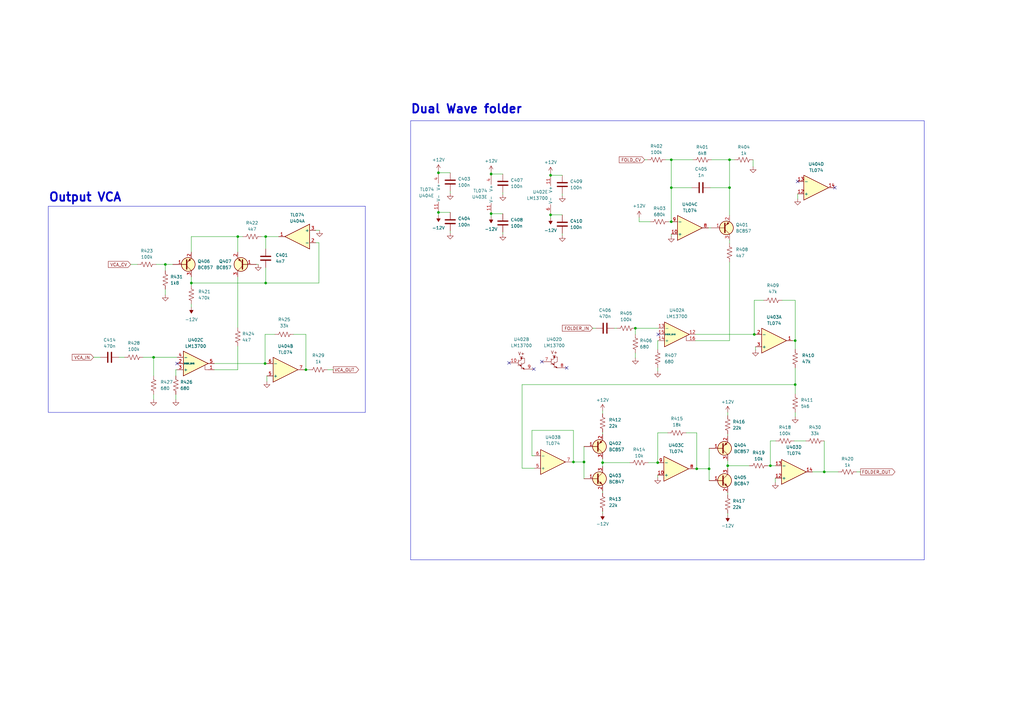
<source format=kicad_sch>
(kicad_sch (version 20231120) (generator "eeschema") (generator_version "8.0")
  (paper "A3")
  (lib_symbols
    (symbol "Amplifier_Operational:LM13700" (pin_names (offset 0.127))
      (property "Reference" "U" (at 3.81 5.08 0))
      (property "Value" "LM13700" (at 5.08 -5.08 0))
      (symbol "LM13700_1_1"
        (polyline (pts (xy 3.81 -0.635) (xy 3.81 -2.54) (xy 5.08 -2.54)))
        (polyline (pts (xy 5.08 0) (xy -5.08 -5.08) (xy -5.08 5.08) (xy 5.08 0)) (stroke (width 0.254)) (fill (type background)))
        (pin output line (at 7.62 0 180) (length 2.54) (name "~") (number "12"))
        (pin input line (at -7.62 2.54 0) (length 2.54) (name "-") (number "13"))
        (pin input line (at -7.62 -2.54 0) (length 2.54) (name "+") (number "14"))
        (pin input line (at -7.62 0 0) (length 2.54) (name "DIODE_BIAS") (number "15"))
        (pin input line (at 7.62 -2.54 180) (length 2.54) (name "~") (number "16"))
      )
      (symbol "LM13700_2_0"
        (polyline (pts (xy -1.905 2.54) (xy -3.175 2.54)))
      )
      (symbol "LM13700_2_1"
        (circle (center -2.54 1.905) (radius 0.254) (stroke (width 0.254)) (fill (type outline)))
        (polyline (pts (xy -3.81 -0.635) (xy -2.54 -1.27)))
        (polyline (pts (xy -3.81 1.27) (xy -3.81 -1.27)))
        (polyline (pts (xy -2.54 -1.905) (xy -1.27 -2.54)))
        (polyline (pts (xy -2.54 0) (xy -2.54 -2.54)))
        (polyline (pts (xy -3.81 0.635) (xy -2.54 1.27) (xy -2.54 1.905) (xy -2.54 2.54)))
        (polyline (pts (xy -2.54 -1.27) (xy -3.175 -0.635) (xy -3.175 -1.27) (xy -2.54 -1.27)) (fill (type outline)))
        (polyline (pts (xy -2.54 -0.635) (xy -1.27 0) (xy -1.27 1.905) (xy -2.54 1.905)))
        (polyline (pts (xy -1.27 -2.54) (xy -1.905 -1.905) (xy -1.905 -2.54) (xy -1.27 -2.54)) (fill (type outline)))
        (text "V+" (at -2.54 3.81 0) (effects (font (size 1.27 1.27))))
        (pin input line (at -7.62 0 0) (length 3.81) (name "~") (number "10"))
        (pin output line (at 2.54 -2.54 180) (length 3.81) (name "~") (number "9"))
      )
      (symbol "LM13700_3_1"
        (polyline (pts (xy 3.81 -0.635) (xy 3.81 -2.54) (xy 5.08 -2.54)))
        (polyline (pts (xy 5.08 0) (xy -5.08 -5.08) (xy -5.08 5.08) (xy 5.08 0)) (stroke (width 0.254)) (fill (type background)))
        (pin input line (at 7.62 -2.54 180) (length 2.54) (name "~") (number "1"))
        (pin input line (at -7.62 0 0) (length 2.54) (name "DIODE_BIAS") (number "2"))
        (pin input line (at -7.62 -2.54 0) (length 2.54) (name "+") (number "3"))
        (pin input line (at -7.62 2.54 0) (length 2.54) (name "-") (number "4"))
        (pin output line (at 7.62 0 180) (length 2.54) (name "~") (number "5"))
      )
      (symbol "LM13700_4_0"
        (polyline (pts (xy -3.175 2.54) (xy -1.905 2.54)))
        (text "V+" (at -2.54 3.81 0) (effects (font (size 1.27 1.27))))
      )
      (symbol "LM13700_4_1"
        (circle (center -2.54 1.905) (radius 0.254) (stroke (width 0.254)) (fill (type outline)))
        (polyline (pts (xy -3.81 -0.635) (xy -2.54 -1.27)))
        (polyline (pts (xy -3.81 1.27) (xy -3.81 -1.27)))
        (polyline (pts (xy -2.54 -1.905) (xy -1.27 -2.54)))
        (polyline (pts (xy -2.54 0) (xy -2.54 -2.54)))
        (polyline (pts (xy -3.81 0.635) (xy -2.54 1.27) (xy -2.54 2.54)))
        (polyline (pts (xy -2.54 -1.27) (xy -3.175 -0.635) (xy -3.175 -1.27) (xy -2.54 -1.27)) (fill (type outline)))
        (polyline (pts (xy -2.54 -0.635) (xy -1.27 0) (xy -1.27 1.905) (xy -2.54 1.905)))
        (polyline (pts (xy -1.27 -2.54) (xy -1.905 -1.905) (xy -1.905 -2.54) (xy -1.27 -2.54)) (fill (type outline)))
        (pin input line (at -7.62 0 0) (length 3.81) (name "~") (number "7"))
        (pin output line (at 2.54 -2.54 180) (length 3.81) (name "~") (number "8"))
      )
      (symbol "LM13700_5_1"
        (pin power_in line (at -2.54 7.62 270) (length 3.81) (name "V+") (number "11"))
        (pin power_in line (at -2.54 -7.62 90) (length 3.81) (name "V-") (number "6"))
      )
    )
    (symbol "Amplifier_Operational:TL074" (pin_names (offset 0.127))
      (property "Reference" "U" (at 0 5.08 0))
      (property "Value" "TL074" (at 0 -5.08 0))
      (symbol "TL074_1_1"
        (polyline (pts (xy -5.08 5.08) (xy 5.08 0) (xy -5.08 -5.08) (xy -5.08 5.08)) (stroke (width 0.254)) (fill (type background)))
        (pin output line (at 7.62 0 180) (length 2.54) (name "~") (number "1"))
        (pin input line (at -7.62 -2.54 0) (length 2.54) (name "-") (number "2"))
        (pin input line (at -7.62 2.54 0) (length 2.54) (name "+") (number "3"))
      )
      (symbol "TL074_2_1"
        (polyline (pts (xy -5.08 5.08) (xy 5.08 0) (xy -5.08 -5.08) (xy -5.08 5.08)) (stroke (width 0.254)) (fill (type background)))
        (pin input line (at -7.62 2.54 0) (length 2.54) (name "+") (number "5"))
        (pin input line (at -7.62 -2.54 0) (length 2.54) (name "-") (number "6"))
        (pin output line (at 7.62 0 180) (length 2.54) (name "~") (number "7"))
      )
      (symbol "TL074_3_1"
        (polyline (pts (xy -5.08 5.08) (xy 5.08 0) (xy -5.08 -5.08) (xy -5.08 5.08)) (stroke (width 0.254)) (fill (type background)))
        (pin input line (at -7.62 2.54 0) (length 2.54) (name "+") (number "10"))
        (pin output line (at 7.62 0 180) (length 2.54) (name "~") (number "8"))
        (pin input line (at -7.62 -2.54 0) (length 2.54) (name "-") (number "9"))
      )
      (symbol "TL074_4_1"
        (polyline (pts (xy -5.08 5.08) (xy 5.08 0) (xy -5.08 -5.08) (xy -5.08 5.08)) (stroke (width 0.254)) (fill (type background)))
        (pin input line (at -7.62 2.54 0) (length 2.54) (name "+") (number "12"))
        (pin input line (at -7.62 -2.54 0) (length 2.54) (name "-") (number "13"))
        (pin output line (at 7.62 0 180) (length 2.54) (name "~") (number "14"))
      )
      (symbol "TL074_5_1"
        (pin power_in line (at -2.54 -7.62 90) (length 3.81) (name "V-") (number "11"))
        (pin power_in line (at -2.54 7.62 270) (length 3.81) (name "V+") (number "4"))
      )
    )
    (symbol "Device:C" (pin_numbers hide) (pin_names (offset 0.254))
      (property "Reference" "C" (at 0.635 2.54 0))
      (property "Value" "C" (at 0.635 -2.54 0))
      (symbol "C_0_1"
        (polyline (pts (xy -2.032 -0.762) (xy 2.032 -0.762)) (stroke (width 0.508)))
        (polyline (pts (xy -2.032 0.762) (xy 2.032 0.762)) (stroke (width 0.508)))
      )
      (symbol "C_1_1"
        (pin passive line (at 0 3.81 270) (length 2.794) (name "~") (number "1"))
        (pin passive line (at 0 -3.81 90) (length 2.794) (name "~") (number "2"))
      )
    )
    (symbol "Device:R_US" (pin_numbers hide) (pin_names (offset 0))
      (property "Reference" "R" (at 2.54 0 90))
      (property "Value" "R_US" (at -2.54 0 90))
      (symbol "R_US_0_1"
        (polyline (pts (xy 0 -2.286) (xy 0 -2.54)))
        (polyline (pts (xy 0 2.286) (xy 0 2.54)))
        (polyline (pts (xy 0 -0.762) (xy 1.016 -1.143) (xy 0 -1.524) (xy -1.016 -1.905) (xy 0 -2.286)))
        (polyline (pts (xy 0 0.762) (xy 1.016 0.381) (xy 0 0) (xy -1.016 -0.381) (xy 0 -0.762)))
        (polyline (pts (xy 0 2.286) (xy 1.016 1.905) (xy 0 1.524) (xy -1.016 1.143) (xy 0 0.762)))
      )
      (symbol "R_US_1_1"
        (pin passive line (at 0 3.81 270) (length 1.27) (name "~") (number "1"))
        (pin passive line (at 0 -3.81 90) (length 1.27) (name "~") (number "2"))
      )
    )
    (symbol "PCM_Transistor_BJT_AKL:BC847" (pin_names hide)
      (property "Reference" "Q" (at 5.08 1.27 0))
      (property "Value" "BC847" (at 5.08 -1.27 0))
      (symbol "BC847_0_1"
        (polyline (pts (xy 0.635 0.635) (xy 2.54 2.54)))
        (polyline (pts (xy 0.635 -0.635) (xy 2.54 -2.54) (xy 2.54 -2.54)))
        (polyline (pts (xy 0.635 1.905) (xy 0.635 -1.905) (xy 0.635 -1.905)) (stroke (width 0.508)))
        (polyline (pts (xy 1.27 -1.778) (xy 1.778 -1.27) (xy 2.286 -2.286) (xy 1.27 -1.778) (xy 1.27 -1.778)) (fill (type outline)))
        (circle (center 1.27 0) (radius 2.8194) (stroke (width 0.254)) (fill (type background)))
      )
      (symbol "BC847_1_1"
        (pin input line (at -5.08 0 0) (length 5.715) (name "B") (number "1"))
        (pin passive line (at 2.54 -5.08 90) (length 2.54) (name "E") (number "2"))
        (pin passive line (at 2.54 5.08 270) (length 2.54) (name "C") (number "3"))
      )
    )
    (symbol "PCM_Transistor_BJT_AKL:BC857" (pin_names hide)
      (property "Reference" "Q" (at 5.08 1.27 0))
      (property "Value" "BC857" (at 5.08 -1.27 0))
      (symbol "BC857_0_1"
        (polyline (pts (xy 0.635 -0.635) (xy 2.54 -2.54)))
        (polyline (pts (xy 0.635 -1.905) (xy 0.635 1.905) (xy 0.635 1.905)) (stroke (width 0.508)))
        (polyline (pts (xy 0.635 0.635) (xy 2.54 2.54) (xy 2.54 2.54)))
        (polyline (pts (xy 2.286 1.778) (xy 1.778 2.286) (xy 1.27 1.27) (xy 2.286 1.778) (xy 2.286 1.778)) (fill (type outline)))
        (circle (center 1.27 0) (radius 2.8194) (stroke (width 0.254)) (fill (type background)))
      )
      (symbol "BC857_1_1"
        (pin input line (at -5.08 0 0) (length 5.715) (name "B") (number "1"))
        (pin passive line (at 2.54 5.08 270) (length 2.54) (name "E") (number "2"))
        (pin passive line (at 2.54 -5.08 90) (length 2.54) (name "C") (number "3"))
      )
    )
    (symbol "power:+12V" (power) (pin_names (offset 0))
      (property "Value" "+12V" (at 0 3.556 0))
      (symbol "+12V_0_1"
        (polyline (pts (xy -0.762 1.27) (xy 0 2.54)))
        (polyline (pts (xy 0 0) (xy 0 2.54)))
        (polyline (pts (xy 0 2.54) (xy 0.762 1.27)))
      )
      (symbol "+12V_1_1"
        (pin power_in line (at 0 0 90) (length 0) hide (name "+12V") (number "1"))
      )
    )
    (symbol "power:-12V" (power) (pin_names (offset 0))
      (property "Value" "-12V" (at 0 3.81 0))
      (symbol "-12V_0_0"
        (pin power_in line (at 0 0 90) (length 0) hide (name "-12V") (number "1"))
      )
      (symbol "-12V_0_1"
        (polyline (pts (xy 0 0) (xy 0 1.27) (xy 0.762 1.27) (xy 0 2.54) (xy -0.762 1.27) (xy 0 1.27)) (fill (type outline)))
      )
    )
    (symbol "power:GND" (power) (pin_names (offset 0))
      (symbol "GND_0_1"
        (polyline (pts (xy 0 0) (xy 0 -1.27) (xy 1.27 -1.27) (xy 0 -2.54) (xy -1.27 -1.27) (xy 0 -1.27)))
      )
      (symbol "GND_1_1"
        (pin power_in line (at 0 0 270) (length 0) hide (name "GND") (number "1"))
      )
    )
  )
  (junction (at 275.336 65.532))
  (junction (at 299.212 76.962))
  (junction (at 309.372 137.16))
  (junction (at 315.976 191.008))
  (junction (at 78.486 116.078))
  (junction (at 275.336 76.962))
  (junction (at 298.45 191.008))
  (junction (at 285.75 192.278))
  (junction (at 97.536 97.028))
  (junction (at 108.966 116.078))
  (junction (at 247.142 189.738))
  (junction (at 108.712 149.098))
  (junction (at 239.522 189.484))
  (junction (at 338.074 193.548))
  (junction (at 326.136 157.734))
  (junction (at 290.83 192.278))
  (junction (at 275.336 90.932))
  (junction (at 299.212 65.532))
  (junction (at 179.832 70.866))
  (junction (at 201.422 71.374))
  (junction (at 179.832 87.122))
  (junction (at 108.966 97.028))
  (junction (at 225.806 71.882))
  (junction (at 201.422 87.63))
  (junction (at 326.136 139.7))
  (junction (at 235.204 189.484))
  (junction (at 125.476 151.638))
  (junction (at 62.992 146.558))
  (junction (at 260.604 134.62))
  (junction (at 269.748 189.738))
  (junction (at 225.806 88.138))
  (junction (at 67.818 108.458))
  (no_connect (at 72.644 149.098))
  (no_connect (at 232.41 150.876))
  (no_connect (at 218.948 151.384))
  (no_connect (at 208.788 148.844))
  (no_connect (at 327.152 74.422))
  (no_connect (at 270.002 137.16))
  (no_connect (at 222.25 148.336))
  (no_connect (at 342.392 76.962))
  (wire (pts (xy 48.768 146.558) (xy 51.054 146.558)))
  (wire (pts (xy 326.136 123.19) (xy 326.136 139.7)))
  (wire (pts (xy 291.338 76.962) (xy 299.212 76.962)))
  (wire (pts (xy 179.832 87.122) (xy 179.832 88.392)))
  (wire (pts (xy 285.242 137.16) (xy 309.372 137.16)))
  (wire (pts (xy 201.422 71.374) (xy 201.422 71.882)))
  (wire (pts (xy 320.802 123.19) (xy 326.136 123.19)))
  (wire (pts (xy 130.81 116.078) (xy 108.966 116.078)))
  (wire (pts (xy 309.372 137.16) (xy 309.88 137.16)))
  (wire (pts (xy 97.536 113.538) (xy 97.536 134.366)))
  (wire (pts (xy 87.884 149.098) (xy 108.712 149.098)))
  (wire (pts (xy 285.242 139.7) (xy 299.212 139.7)))
  (wire (pts (xy 235.204 189.484) (xy 234.442 189.484)))
  (wire (pts (xy 130.81 99.568) (xy 130.81 116.078)))
  (wire (pts (xy 247.142 177.292) (xy 247.142 178.054)))
  (wire (pts (xy 298.45 210.566) (xy 298.45 211.328)))
  (wire (pts (xy 269.748 177.546) (xy 269.748 189.738)))
  (wire (pts (xy 67.818 118.618) (xy 67.818 120.904)))
  (wire (pts (xy 134.366 151.638) (xy 136.652 151.638)))
  (wire (pts (xy 70.866 108.458) (xy 67.818 108.458)))
  (wire (pts (xy 260.604 134.62) (xy 260.604 137.16)))
  (wire (pts (xy 326.136 143.256) (xy 326.136 139.7)))
  (wire (pts (xy 326.136 169.164) (xy 326.136 170.942)))
  (wire (pts (xy 62.992 146.558) (xy 58.674 146.558)))
  (wire (pts (xy 219.202 192.024) (xy 214.122 192.024)))
  (wire (pts (xy 201.422 87.63) (xy 206.248 87.63)))
  (wire (pts (xy 247.142 201.422) (xy 247.142 202.184)))
  (wire (pts (xy 275.336 96.012) (xy 275.336 96.774)))
  (wire (pts (xy 78.486 103.378) (xy 78.486 97.028)))
  (wire (pts (xy 338.074 193.548) (xy 343.789 193.548)))
  (wire (pts (xy 299.212 88.392) (xy 299.212 76.962)))
  (wire (pts (xy 72.136 154.178) (xy 72.136 151.638)))
  (wire (pts (xy 201.422 87.63) (xy 201.422 88.9)))
  (wire (pts (xy 351.409 193.548) (xy 352.933 193.548)))
  (wire (pts (xy 108.712 149.098) (xy 109.474 149.098)))
  (wire (pts (xy 179.832 70.866) (xy 184.658 70.866)))
  (wire (pts (xy 53.594 108.458) (xy 56.388 108.458)))
  (wire (pts (xy 315.976 191.008) (xy 318.008 191.008)))
  (wire (pts (xy 179.832 86.614) (xy 179.832 87.122)))
  (wire (pts (xy 97.536 103.378) (xy 97.536 97.028)))
  (wire (pts (xy 309.88 142.24) (xy 309.88 143.51)))
  (wire (pts (xy 218.186 186.944) (xy 218.186 176.53)))
  (wire (pts (xy 243.078 134.62) (xy 244.348 134.62)))
  (wire (pts (xy 184.658 94.742) (xy 184.658 95.504)))
  (wire (pts (xy 338.074 180.848) (xy 338.074 193.548)))
  (wire (pts (xy 97.536 97.028) (xy 99.568 97.028)))
  (wire (pts (xy 275.336 65.532) (xy 275.336 76.962)))
  (wire (pts (xy 112.776 137.16) (xy 108.712 137.16)))
  (wire (pts (xy 109.474 154.178) (xy 109.474 156.464)))
  (wire (pts (xy 62.992 146.558) (xy 72.644 146.558)))
  (wire (pts (xy 184.658 78.486) (xy 184.658 79.248)))
  (wire (pts (xy 299.212 65.532) (xy 299.212 76.962)))
  (wire (pts (xy 108.966 97.028) (xy 107.188 97.028)))
  (wire (pts (xy 67.818 108.458) (xy 64.008 108.458)))
  (wire (pts (xy 120.396 137.16) (xy 125.476 137.16)))
  (wire (pts (xy 262.128 89.154) (xy 262.128 90.932)))
  (wire (pts (xy 285.75 177.546) (xy 285.75 192.278)))
  (wire (pts (xy 206.248 78.994) (xy 206.248 79.756)))
  (wire (pts (xy 38.354 146.558) (xy 41.148 146.558)))
  (wire (pts (xy 251.968 134.62) (xy 252.984 134.62)))
  (wire (pts (xy 125.476 137.16) (xy 125.476 151.638)))
  (wire (pts (xy 298.45 178.054) (xy 298.45 178.816)))
  (wire (pts (xy 105.156 108.458) (xy 105.918 108.458)))
  (wire (pts (xy 214.122 157.734) (xy 326.136 157.734)))
  (wire (pts (xy 129.54 94.488) (xy 131.064 94.488)))
  (wire (pts (xy 247.142 188.214) (xy 247.142 189.738)))
  (wire (pts (xy 318.135 180.848) (xy 315.976 180.848)))
  (wire (pts (xy 318.008 196.088) (xy 318.008 197.866)))
  (wire (pts (xy 269.748 143.256) (xy 269.748 139.7)))
  (wire (pts (xy 218.186 176.53) (xy 235.204 176.53)))
  (wire (pts (xy 314.96 191.008) (xy 315.976 191.008)))
  (wire (pts (xy 125.476 151.638) (xy 124.714 151.638)))
  (wire (pts (xy 274.32 90.932) (xy 275.336 90.932)))
  (wire (pts (xy 247.142 189.738) (xy 247.142 191.262)))
  (wire (pts (xy 62.992 161.798) (xy 62.992 163.83)))
  (wire (pts (xy 239.522 189.484) (xy 239.522 196.342)))
  (wire (pts (xy 235.204 189.484) (xy 239.522 189.484)))
  (wire (pts (xy 239.522 183.134) (xy 239.522 189.484)))
  (wire (pts (xy 235.204 176.53) (xy 235.204 189.484)))
  (wire (pts (xy 225.806 88.138) (xy 230.632 88.138)))
  (wire (pts (xy 299.212 65.532) (xy 301.244 65.532)))
  (wire (pts (xy 265.938 189.738) (xy 269.748 189.738)))
  (wire (pts (xy 299.212 98.552) (xy 299.212 99.822)))
  (wire (pts (xy 108.966 97.028) (xy 108.966 102.108)))
  (wire (pts (xy 285.75 192.278) (xy 290.83 192.278)))
  (wire (pts (xy 326.136 161.544) (xy 326.136 157.734)))
  (wire (pts (xy 260.604 144.78) (xy 260.604 146.812)))
  (wire (pts (xy 225.806 71.12) (xy 225.806 71.882)))
  (wire (pts (xy 290.576 93.472) (xy 291.592 93.472)))
  (wire (pts (xy 78.486 117.094) (xy 78.486 116.078)))
  (wire (pts (xy 281.432 177.546) (xy 285.75 177.546)))
  (wire (pts (xy 327.152 79.502) (xy 327.152 81.534)))
  (wire (pts (xy 225.806 71.882) (xy 225.806 72.39)))
  (wire (pts (xy 269.748 139.7) (xy 270.002 139.7)))
  (wire (pts (xy 298.45 191.008) (xy 298.45 192.024)))
  (wire (pts (xy 67.818 108.458) (xy 67.818 110.998)))
  (wire (pts (xy 313.182 123.19) (xy 309.372 123.19)))
  (wire (pts (xy 308.864 65.532) (xy 308.864 68.326)))
  (wire (pts (xy 108.966 109.728) (xy 108.966 116.078)))
  (wire (pts (xy 264.414 65.532) (xy 265.43 65.532)))
  (wire (pts (xy 269.748 150.876) (xy 269.748 152.146)))
  (wire (pts (xy 225.806 88.138) (xy 225.806 89.408)))
  (wire (pts (xy 275.336 76.962) (xy 275.336 90.932)))
  (wire (pts (xy 114.3 97.028) (xy 108.966 97.028)))
  (wire (pts (xy 125.476 151.638) (xy 126.746 151.638)))
  (wire (pts (xy 285.75 192.278) (xy 284.988 192.278)))
  (wire (pts (xy 290.83 183.896) (xy 290.83 192.278)))
  (wire (pts (xy 225.806 71.882) (xy 230.632 71.882)))
  (wire (pts (xy 78.486 124.714) (xy 78.486 125.984)))
  (wire (pts (xy 72.136 151.638) (xy 72.644 151.638)))
  (wire (pts (xy 206.248 95.25) (xy 206.248 96.012)))
  (wire (pts (xy 219.202 186.944) (xy 218.186 186.944)))
  (wire (pts (xy 299.212 139.7) (xy 299.212 107.442)))
  (wire (pts (xy 291.846 65.532) (xy 299.212 65.532)))
  (wire (pts (xy 108.712 137.16) (xy 108.712 149.098)))
  (wire (pts (xy 97.536 151.638) (xy 97.536 141.986)))
  (wire (pts (xy 129.54 99.568) (xy 130.81 99.568)))
  (wire (pts (xy 290.83 192.278) (xy 290.83 197.104)))
  (wire (pts (xy 87.884 151.638) (xy 97.536 151.638)))
  (wire (pts (xy 298.45 169.164) (xy 298.45 170.434)))
  (wire (pts (xy 315.976 180.848) (xy 315.976 191.008)))
  (wire (pts (xy 326.136 157.734) (xy 326.136 150.876)))
  (wire (pts (xy 298.45 188.976) (xy 298.45 191.008)))
  (wire (pts (xy 225.806 87.63) (xy 225.806 88.138)))
  (wire (pts (xy 78.486 97.028) (xy 97.536 97.028)))
  (wire (pts (xy 247.142 189.738) (xy 258.318 189.738)))
  (wire (pts (xy 298.45 202.184) (xy 298.45 202.946)))
  (wire (pts (xy 326.136 139.7) (xy 325.12 139.7)))
  (wire (pts (xy 201.422 71.374) (xy 206.248 71.374)))
  (wire (pts (xy 72.136 161.798) (xy 72.136 163.83)))
  (wire (pts (xy 269.748 194.818) (xy 269.748 195.834)))
  (wire (pts (xy 247.142 209.804) (xy 247.142 210.566)))
  (wire (pts (xy 78.486 116.078) (xy 78.486 113.538)))
  (wire (pts (xy 333.248 193.548) (xy 338.074 193.548)))
  (wire (pts (xy 275.336 65.532) (xy 284.226 65.532)))
  (wire (pts (xy 179.832 70.866) (xy 179.832 71.374)))
  (wire (pts (xy 298.45 191.008) (xy 307.34 191.008)))
  (wire (pts (xy 230.632 95.758) (xy 230.632 96.52)))
  (wire (pts (xy 201.422 70.612) (xy 201.422 71.374)))
  (wire (pts (xy 62.992 146.558) (xy 62.992 154.178)))
  (wire (pts (xy 108.966 116.078) (xy 78.486 116.078)))
  (wire (pts (xy 262.128 90.932) (xy 266.7 90.932)))
  (wire (pts (xy 214.122 192.024) (xy 214.122 157.734)))
  (wire (pts (xy 260.604 134.62) (xy 270.002 134.62)))
  (wire (pts (xy 230.632 79.502) (xy 230.632 80.264)))
  (wire (pts (xy 309.372 123.19) (xy 309.372 137.16)))
  (wire (pts (xy 179.832 70.104) (xy 179.832 70.866)))
  (wire (pts (xy 201.422 87.122) (xy 201.422 87.63)))
  (wire (pts (xy 273.812 177.546) (xy 269.748 177.546)))
  (wire (pts (xy 275.336 76.962) (xy 283.718 76.962)))
  (wire (pts (xy 247.142 168.402) (xy 247.142 169.672)))
  (wire (pts (xy 179.832 87.122) (xy 184.658 87.122)))
  (wire (pts (xy 325.755 180.848) (xy 330.454 180.848)))
  (wire (pts (xy 273.05 65.532) (xy 275.336 65.532)))
  (rectangle (start 168.402 49.53) (end 379.095 229.616))
  (rectangle (start 19.812 84.582) (end 149.86 169.164))
  (text "Dual Wave folder" (at 168.275 46.863 0) (effects (font (size 3.5 3.5) (thickness 0.7) (bold yes)) (justify left bottom)))
  (text "Output VCA" (at 19.812 83.058 0) (effects (font (size 3.5 3.5) (thickness 0.7) (bold yes)) (justify left bottom)))
  (global_label "FOLDER_IN" (shape input) (at 243.078 134.62 180) (property "Intersheetrefs" "${INTERSHEET_REFS}" (effects (hide yes))))
  (global_label "FOLDER_OUT" (shape output) (at 352.933 193.548 0) (property "Intersheetrefs" "${INTERSHEET_REFS}" (effects (hide yes))))
  (global_label "VCA_IN" (shape input) (at 38.354 146.558 180) (property "Intersheetrefs" "${INTERSHEET_REFS}" (effects (hide yes))))
  (global_label "VCA_CV" (shape input) (at 53.594 108.458 180) (property "Intersheetrefs" "${INTERSHEET_REFS}" (effects (hide yes))))
  (global_label "FOLD_CV" (shape input) (at 264.414 65.532 180) (property "Intersheetrefs" "${INTERSHEET_REFS}" (effects (hide yes))))
  (global_label "VCA_OUT" (shape output) (at 136.652 151.638 0) (property "Intersheetrefs" "${INTERSHEET_REFS}" (effects (hide yes))))
  (symbol (lib_id "Device:R_US") (at 62.992 157.988 180) (unit 1)
    (property "Reference" "R427" (at 65.786 156.718 0) (effects (justify right)))
    (property "Value" "680" (at 65.786 159.258 0) (effects (justify right)))
    (property "Footprint" "Resistor_SMD:R_0805_2012Metric" (effects (hide yes)))
  )
  (symbol (lib_id "Device:R_US") (at 103.378 97.028 270) (unit 1)
    (property "Reference" "R422" (at 103.378 91.44 90))
    (property "Value" "4k7" (at 103.378 93.98 90))
    (property "Footprint" "Resistor_SMD:R_0805_2012Metric" (effects (hide yes)))
  )
  (symbol (lib_id "power:GND") (at 105.918 108.458 0) (unit 1)
    (property "Reference" "#PWR0401" (effects (hide yes)))
    (property "Value" "GND" (effects (hide yes)))
  )
  (symbol (lib_id "Device:R_US") (at 67.818 114.808 180) (unit 1)
    (property "Reference" "R431" (at 69.85 113.5379 0) (effects (justify right)))
    (property "Value" "1k8" (at 69.85 116.0779 0) (effects (justify right)))
    (property "Footprint" "Resistor_SMD:R_0805_2012Metric" (effects (hide yes)))
  )
  (symbol (lib_id "Device:R_US") (at 298.45 174.244 180) (unit 1)
    (property "Reference" "R416" (at 300.482 172.974 0) (effects (justify right)))
    (property "Value" "22k" (at 300.482 175.514 0) (effects (justify right)))
    (property "Footprint" "Resistor_SMD:R_0805_2012Metric" (effects (hide yes)))
  )
  (symbol (lib_id "Device:R_US") (at 305.054 65.532 90) (unit 1)
    (property "Reference" "R404" (at 305.054 60.325 90))
    (property "Value" "1k" (at 305.054 62.865 90))
    (property "Footprint" "Resistor_SMD:R_0805_2012Metric" (effects (hide yes)))
  )
  (symbol (lib_id "power:GND") (at 184.658 79.248 0) (unit 1)
    (property "Reference" "#PWR0409" (effects (hide yes)))
    (property "Value" "GND" (effects (hide yes)))
  )
  (symbol (lib_id "Amplifier_Operational:TL074") (at 226.822 189.484 0) (mirror x) (unit 2)
    (property "Reference" "U403" (at 226.822 179.324 0))
    (property "Value" "TL074" (at 226.822 181.864 0))
    (property "Footprint" "Package_SO:SOIC-14_3.9x8.7mm_P1.27mm" (effects (hide yes)))
    (property "Datasheet" "http://www.ti.com/lit/ds/symlink/tl071.pdf" (effects (hide yes)))
  )
  (symbol (lib_id "Amplifier_Operational:LM13700") (at 216.408 148.844 0) (unit 2)
    (property "Reference" "U402" (at 213.868 139.192 0))
    (property "Value" "LM13700" (at 213.868 141.732 0))
    (property "Footprint" "Package_SO:SOIC-16_3.9x9.9mm_P1.27mm" (effects (hide yes)))
    (property "Datasheet" "http://www.ti.com/lit/ds/symlink/lm13700.pdf" (effects (hide yes)))
  )
  (symbol (lib_id "Device:R_US") (at 256.794 134.62 90) (unit 1)
    (property "Reference" "R405" (at 256.794 128.524 90))
    (property "Value" "100k" (at 256.794 131.064 90))
    (property "Footprint" "Resistor_SMD:R_0805_2012Metric" (effects (hide yes)))
  )
  (symbol (lib_id "PCM_Transistor_BJT_AKL:BC857") (at 244.602 183.134 0) (unit 1)
    (property "Reference" "Q402" (at 249.682 181.864 0) (effects (justify left)))
    (property "Value" "BC857" (at 249.682 184.404 0) (effects (justify left)))
    (property "Footprint" "PCM_4ms_Package_SOT:SOT-23" (effects (hide yes)))
    (property "Datasheet" "https://www.tme.eu/Document/c382caaa0cc481743f0c0197b727e2d1/BC856A.pdf" (effects (hide yes)))
  )
  (symbol (lib_id "power:-12V") (at 225.806 89.408 180) (unit 1)
    (property "Reference" "#PWR0429" (effects (hide yes)))
    (property "Value" "-12V" (at 225.806 94.488 0))
  )
  (symbol (lib_id "Amplifier_Operational:LM13700") (at 223.266 80.01 0) (mirror y) (unit 5)
    (property "Reference" "U402" (at 224.79 78.74 0) (effects (justify left)))
    (property "Value" "LM13700" (at 224.79 81.28 0) (effects (justify left)))
    (property "Footprint" "Package_SO:SOIC-16_3.9x9.9mm_P1.27mm" (effects (hide yes)))
    (property "Datasheet" "http://www.ti.com/lit/ds/symlink/lm13700.pdf" (effects (hide yes)))
  )
  (symbol (lib_id "Device:R_US") (at 316.992 123.19 270) (unit 1)
    (property "Reference" "R409" (at 316.992 117.094 90))
    (property "Value" "47k" (at 316.992 119.634 90))
    (property "Footprint" "Resistor_SMD:R_0805_2012Metric" (effects (hide yes)))
  )
  (symbol (lib_id "Device:R_US") (at 269.24 65.532 90) (unit 1)
    (property "Reference" "R402" (at 269.24 59.944 90))
    (property "Value" "100k" (at 269.24 62.484 90))
    (property "Footprint" "Resistor_SMD:R_0805_2012Metric" (effects (hide yes)))
  )
  (symbol (lib_id "Device:C") (at 184.658 90.932 0) (unit 1)
    (property "Reference" "C404" (at 187.833 89.662 0) (effects (justify left)))
    (property "Value" "100n" (at 187.833 92.202 0) (effects (justify left)))
    (property "Footprint" "Capacitor_SMD:C_0805_2012Metric" (effects (hide yes)))
  )
  (symbol (lib_id "Device:C") (at 206.248 75.184 0) (unit 1)
    (property "Reference" "C407" (at 209.423 73.914 0) (effects (justify left)))
    (property "Value" "100n" (at 209.423 76.454 0) (effects (justify left)))
    (property "Footprint" "Capacitor_SMD:C_0805_2012Metric" (effects (hide yes)))
  )
  (symbol (lib_id "Device:R_US") (at 247.142 205.994 180) (unit 1)
    (property "Reference" "R413" (at 249.682 204.724 0) (effects (justify right)))
    (property "Value" "22k" (at 249.682 207.264 0) (effects (justify right)))
    (property "Footprint" "Resistor_SMD:R_0805_2012Metric" (effects (hide yes)))
  )
  (symbol (lib_id "power:GND") (at 184.658 95.504 0) (unit 1)
    (property "Reference" "#PWR0410" (effects (hide yes)))
    (property "Value" "GND" (effects (hide yes)))
  )
  (symbol (lib_id "Amplifier_Operational:TL074") (at 121.92 97.028 0) (mirror y) (unit 1)
    (property "Reference" "U404" (at 121.92 90.678 0))
    (property "Value" "TL074" (at 121.92 88.138 0))
    (property "Footprint" "Package_SO:SOIC-14_3.9x8.7mm_P1.27mm" (effects (hide yes)))
    (property "Datasheet" "http://www.ti.com/lit/ds/symlink/tl071.pdf" (effects (hide yes)))
  )
  (symbol (lib_id "Device:R_US") (at 116.586 137.16 90) (unit 1)
    (property "Reference" "R425" (at 116.586 131.064 90))
    (property "Value" "33k" (at 116.586 133.604 90))
    (property "Footprint" "Resistor_SMD:R_0805_2012Metric" (effects (hide yes)))
  )
  (symbol (lib_id "power:GND") (at 230.632 80.264 0) (unit 1)
    (property "Reference" "#PWR0430" (effects (hide yes)))
    (property "Value" "GND" (effects (hide yes)))
  )
  (symbol (lib_id "PCM_Transistor_BJT_AKL:BC857") (at 100.076 108.458 0) (mirror y) (unit 1)
    (property "Reference" "Q407" (at 94.996 107.188 0) (effects (justify left)))
    (property "Value" "BC857" (at 94.996 109.728 0) (effects (justify left)))
    (property "Footprint" "PCM_4ms_Package_SOT:SOT-23" (effects (hide yes)))
    (property "Datasheet" "https://www.tme.eu/Document/c382caaa0cc481743f0c0197b727e2d1/BC856A.pdf" (effects (hide yes)))
  )
  (symbol (lib_id "Device:R_US") (at 60.198 108.458 270) (unit 1)
    (property "Reference" "R423" (at 60.198 102.87 90))
    (property "Value" "100k" (at 60.198 105.41 90))
    (property "Footprint" "Resistor_SMD:R_0805_2012Metric" (effects (hide yes)))
  )
  (symbol (lib_id "PCM_Transistor_BJT_AKL:BC857") (at 75.946 108.458 0) (unit 1)
    (property "Reference" "Q406" (at 81.026 107.188 0) (effects (justify left)))
    (property "Value" "BC857" (at 81.026 109.728 0) (effects (justify left)))
    (property "Footprint" "PCM_4ms_Package_SOT:SOT-23" (effects (hide yes)))
    (property "Datasheet" "https://www.tme.eu/Document/c382caaa0cc481743f0c0197b727e2d1/BC856A.pdf" (effects (hide yes)))
  )
  (symbol (lib_id "PCM_Transistor_BJT_AKL:BC847") (at 295.91 197.104 0) (unit 1)
    (property "Reference" "Q405" (at 300.99 195.834 0) (effects (justify left)))
    (property "Value" "BC847" (at 300.99 198.374 0) (effects (justify left)))
    (property "Footprint" "PCM_4ms_Package_SOT:SOT-23" (effects (hide yes)))
    (property "Datasheet" "https://assets.nexperia.com/documents/data-sheet/BC847_SER.pdf" (effects (hide yes)))
  )
  (symbol (lib_id "power:GND") (at 327.152 81.534 0) (unit 1)
    (property "Reference" "#PWR0432" (effects (hide yes)))
    (property "Value" "GND" (effects (hide yes)))
  )
  (symbol (lib_id "Device:R_US") (at 326.136 147.066 0) (unit 1)
    (property "Reference" "R410" (at 328.93 145.796 0) (effects (justify left)))
    (property "Value" "47k" (at 328.93 148.336 0) (effects (justify left)))
    (property "Footprint" "Resistor_SMD:R_0805_2012Metric" (effects (hide yes)))
  )
  (symbol (lib_id "Amplifier_Operational:TL074") (at 203.962 79.502 0) (unit 5)
    (property "Reference" "U403" (at 199.898 80.772 0) (effects (justify right)))
    (property "Value" "TL074" (at 199.898 78.232 0) (effects (justify right)))
    (property "Footprint" "Package_SO:SOIC-14_3.9x8.7mm_P1.27mm" (effects (hide yes)))
    (property "Datasheet" "http://www.ti.com/lit/ds/symlink/tl071.pdf" (effects (hide yes)))
  )
  (symbol (lib_id "Device:R_US") (at 72.136 157.988 180) (unit 1)
    (property "Reference" "R426" (at 73.914 156.718 0) (effects (justify right)))
    (property "Value" "680" (at 73.914 159.258 0) (effects (justify right)))
    (property "Footprint" "Resistor_SMD:R_0805_2012Metric" (effects (hide yes)))
  )
  (symbol (lib_id "Amplifier_Operational:TL074") (at 117.094 151.638 0) (mirror x) (unit 2)
    (property "Reference" "U404" (at 117.094 141.986 0))
    (property "Value" "TL074" (at 117.094 144.526 0))
    (property "Footprint" "Package_SO:SOIC-14_3.9x8.7mm_P1.27mm" (effects (hide yes)))
    (property "Datasheet" "http://www.ti.com/lit/ds/symlink/tl071.pdf" (effects (hide yes)))
  )
  (symbol (lib_id "Amplifier_Operational:TL074") (at 277.368 192.278 0) (mirror x) (unit 3)
    (property "Reference" "U403" (at 277.368 182.626 0))
    (property "Value" "TL074" (at 277.368 185.166 0))
    (property "Footprint" "Package_SO:SOIC-14_3.9x8.7mm_P1.27mm" (effects (hide yes)))
    (property "Datasheet" "http://www.ti.com/lit/ds/symlink/tl071.pdf" (effects (hide yes)))
  )
  (symbol (lib_id "Device:R_US") (at 334.264 180.848 270) (unit 1)
    (property "Reference" "R430" (at 334.264 175.26 90))
    (property "Value" "33k" (at 334.264 177.8 90))
    (property "Footprint" "Resistor_SMD:R_0805_2012Metric" (effects (hide yes)))
  )
  (symbol (lib_id "Device:R_US") (at 262.128 189.738 270) (unit 1)
    (property "Reference" "R414" (at 262.128 184.404 90))
    (property "Value" "10k" (at 262.128 186.944 90))
    (property "Footprint" "Resistor_SMD:R_0805_2012Metric" (effects (hide yes)))
  )
  (symbol (lib_id "Device:R_US") (at 269.748 147.066 180) (unit 1)
    (property "Reference" "R407" (at 272.542 145.796 0) (effects (justify right)))
    (property "Value" "680" (at 272.542 148.336 0) (effects (justify right)))
    (property "Footprint" "Resistor_SMD:R_0805_2012Metric" (effects (hide yes)))
  )
  (symbol (lib_id "Device:C") (at 108.966 105.918 0) (unit 1)
    (property "Reference" "C401" (at 113.03 104.6479 0) (effects (justify left)))
    (property "Value" "4n7" (at 113.03 107.1879 0) (effects (justify left)))
    (property "Footprint" "Capacitor_SMD:C_0805_2012Metric" (effects (hide yes)))
  )
  (symbol (lib_id "power:-12V") (at 179.832 88.392 180) (unit 1)
    (property "Reference" "#PWR0408" (effects (hide yes)))
    (property "Value" "-12V" (at 179.832 93.472 0))
  )
  (symbol (lib_id "Amplifier_Operational:LM13700") (at 277.622 137.16 0) (unit 1)
    (property "Reference" "U402" (at 277.622 127.254 0))
    (property "Value" "LM13700" (at 277.622 129.794 0))
    (property "Footprint" "Package_SO:SOIC-16_3.9x9.9mm_P1.27mm" (effects (hide yes)))
    (property "Datasheet" "http://www.ti.com/lit/ds/symlink/lm13700.pdf" (effects (hide yes)))
  )
  (symbol (lib_id "power:-12V") (at 201.422 88.9 180) (unit 1)
    (property "Reference" "#PWR0417" (effects (hide yes)))
    (property "Value" "-12V" (at 201.422 93.98 0))
  )
  (symbol (lib_id "Device:R_US") (at 347.599 193.548 270) (unit 1)
    (property "Reference" "R420" (at 347.599 188.214 90))
    (property "Value" "1k" (at 347.599 190.754 90))
    (property "Footprint" "Resistor_SMD:R_0805_2012Metric" (effects (hide yes)))
  )
  (symbol (lib_id "power:GND") (at 309.88 143.51 0) (unit 1)
    (property "Reference" "#PWR0420" (effects (hide yes)))
    (property "Value" "GND" (effects (hide yes)))
  )
  (symbol (lib_id "Device:C") (at 230.632 91.948 0) (unit 1)
    (property "Reference" "C410" (at 233.807 90.678 0) (effects (justify left)))
    (property "Value" "100n" (at 233.807 93.218 0) (effects (justify left)))
    (property "Footprint" "Capacitor_SMD:C_0805_2012Metric" (effects (hide yes)))
  )
  (symbol (lib_id "Device:C") (at 44.958 146.558 90) (unit 1)
    (property "Reference" "C414" (at 44.958 139.446 90))
    (property "Value" "470n" (at 44.958 141.986 90))
    (property "Footprint" "Capacitor_SMD:C_0805_2012Metric" (effects (hide yes)))
  )
  (symbol (lib_id "power:GND") (at 326.136 170.942 0) (unit 1)
    (property "Reference" "#PWR0421" (effects (hide yes)))
    (property "Value" "GND" (effects (hide yes)))
  )
  (symbol (lib_id "Device:C") (at 206.248 91.44 0) (unit 1)
    (property "Reference" "C408" (at 209.423 90.17 0) (effects (justify left)))
    (property "Value" "100n" (at 209.423 92.71 0) (effects (justify left)))
    (property "Footprint" "Capacitor_SMD:C_0805_2012Metric" (effects (hide yes)))
  )
  (symbol (lib_id "power:+12V") (at 225.806 71.12 0) (unit 1)
    (property "Reference" "#PWR0428" (effects (hide yes)))
    (property "Value" "+12V" (at 225.806 66.548 0))
  )
  (symbol (lib_id "power:-12V") (at 78.486 125.984 180) (unit 1)
    (property "Reference" "#PWR0402" (effects (hide yes)))
    (property "Value" "-12V" (at 78.486 131.064 0))
  )
  (symbol (lib_id "Amplifier_Operational:TL074") (at 334.772 76.962 0) (mirror x) (unit 4)
    (property "Reference" "U404" (at 334.772 67.31 0))
    (property "Value" "TL074" (at 334.772 69.85 0))
    (property "Footprint" "Package_SO:SOIC-14_3.9x8.7mm_P1.27mm" (effects (hide yes)))
    (property "Datasheet" "http://www.ti.com/lit/ds/symlink/tl071.pdf" (effects (hide yes)))
  )
  (symbol (lib_id "Device:R_US") (at 277.622 177.546 270) (unit 1)
    (property "Reference" "R415" (at 277.622 171.704 90))
    (property "Value" "18k" (at 277.622 174.244 90))
    (property "Footprint" "Resistor_SMD:R_0805_2012Metric" (effects (hide yes)))
  )
  (symbol (lib_id "Amplifier_Operational:LM13700") (at 229.87 148.336 0) (unit 4)
    (property "Reference" "U402" (at 227.33 139.192 0))
    (property "Value" "LM13700" (at 227.33 141.732 0))
    (property "Footprint" "Package_SO:SOIC-16_3.9x9.9mm_P1.27mm" (effects (hide yes)))
    (property "Datasheet" "http://www.ti.com/lit/ds/symlink/lm13700.pdf" (effects (hide yes)))
  )
  (symbol (lib_id "Device:R_US") (at 97.536 138.176 180) (unit 1)
    (property "Reference" "R424" (at 99.314 136.906 0) (effects (justify right)))
    (property "Value" "4k7" (at 99.314 139.446 0) (effects (justify right)))
    (property "Footprint" "Resistor_SMD:R_0805_2012Metric" (effects (hide yes)))
  )
  (symbol (lib_id "power:GND") (at 230.632 96.52 0) (unit 1)
    (property "Reference" "#PWR0431" (effects (hide yes)))
    (property "Value" "GND" (effects (hide yes)))
  )
  (symbol (lib_id "power:GND") (at 275.336 96.774 0) (unit 1)
    (property "Reference" "#PWR0411" (effects (hide yes)))
    (property "Value" "GND" (effects (hide yes)))
  )
  (symbol (lib_id "Device:R_US") (at 78.486 120.904 180) (unit 1)
    (property "Reference" "R421" (at 81.28 119.6339 0) (effects (justify right)))
    (property "Value" "470k" (at 81.28 122.1739 0) (effects (justify right)))
    (property "Footprint" "Resistor_SMD:R_0805_2012Metric" (effects (hide yes)))
  )
  (symbol (lib_id "Device:R_US") (at 298.45 206.756 180) (unit 1)
    (property "Reference" "R417" (at 300.482 205.486 0) (effects (justify right)))
    (property "Value" "22k" (at 300.482 208.026 0) (effects (justify right)))
    (property "Footprint" "Resistor_SMD:R_0805_2012Metric" (effects (hide yes)))
  )
  (symbol (lib_id "Device:R_US") (at 247.142 173.482 180) (unit 1)
    (property "Reference" "R412" (at 249.682 172.212 0) (effects (justify right)))
    (property "Value" "22k" (at 249.682 174.752 0) (effects (justify right)))
    (property "Footprint" "Resistor_SMD:R_0805_2012Metric" (effects (hide yes)))
  )
  (symbol (lib_id "power:+12V") (at 201.422 70.612 0) (unit 1)
    (property "Reference" "#PWR0416" (effects (hide yes)))
    (property "Value" "+12V" (at 201.422 66.04 0))
  )
  (symbol (lib_id "Amplifier_Operational:TL074") (at 317.5 139.7 0) (mirror x) (unit 1)
    (property "Reference" "U403" (at 317.5 130.048 0))
    (property "Value" "TL074" (at 317.5 132.588 0))
    (property "Footprint" "Package_SO:SOIC-14_3.9x8.7mm_P1.27mm" (effects (hide yes)))
    (property "Datasheet" "http://www.ti.com/lit/ds/symlink/tl071.pdf" (effects (hide yes)))
  )
  (symbol (lib_id "Amplifier_Operational:LM13700") (at 80.264 149.098 0) (unit 3)
    (property "Reference" "U402" (at 80.264 139.446 0))
    (property "Value" "LM13700" (at 80.264 141.986 0))
    (property "Footprint" "Package_SO:SOIC-16_3.9x9.9mm_P1.27mm" (effects (hide yes)))
    (property "Datasheet" "http://www.ti.com/lit/ds/symlink/lm13700.pdf" (effects (hide yes)))
  )
  (symbol (lib_id "Device:R_US") (at 54.864 146.558 270) (unit 1)
    (property "Reference" "R428" (at 54.864 140.716 90))
    (property "Value" "100k" (at 54.864 143.256 90))
    (property "Footprint" "Resistor_SMD:R_0805_2012Metric" (effects (hide yes)))
  )
  (symbol (lib_id "Device:R_US") (at 299.212 103.632 180) (unit 1)
    (property "Reference" "R408" (at 301.752 102.362 0) (effects (justify right)))
    (property "Value" "4k7" (at 301.752 104.902 0) (effects (justify right)))
    (property "Footprint" "Resistor_SMD:R_0805_2012Metric" (effects (hide yes)))
  )
  (symbol (lib_id "Device:R_US") (at 321.945 180.848 270) (unit 1)
    (property "Reference" "R418" (at 321.945 175.26 90))
    (property "Value" "100k" (at 321.945 177.8 90))
    (property "Footprint" "Resistor_SMD:R_0805_2012Metric" (effects (hide yes)))
  )
  (symbol (lib_id "PCM_Transistor_BJT_AKL:BC857") (at 296.672 93.472 0) (unit 1)
    (property "Reference" "Q401" (at 301.752 92.202 0) (effects (justify left)))
    (property "Value" "BC857" (at 301.752 94.742 0) (effects (justify left)))
    (property "Footprint" "PCM_4ms_Package_SOT:SOT-23" (effects (hide yes)))
    (property "Datasheet" "https://www.tme.eu/Document/c382caaa0cc481743f0c0197b727e2d1/BC856A.pdf" (effects (hide yes)))
  )
  (symbol (lib_id "Device:R_US") (at 130.556 151.638 90) (unit 1)
    (property "Reference" "R429" (at 130.556 145.796 90))
    (property "Value" "1k" (at 130.556 148.336 90))
    (property "Footprint" "Resistor_SMD:R_0805_2012Metric" (effects (hide yes)))
  )
  (symbol (lib_id "power:GND") (at 109.474 156.464 0) (unit 1)
    (property "Reference" "#PWR0438" (effects (hide yes)))
    (property "Value" "GND" (effects (hide yes)))
  )
  (symbol (lib_id "power:GND") (at 269.748 195.834 0) (unit 1)
    (property "Reference" "#PWR0424" (effects (hide yes)))
    (property "Value" "GND" (effects (hide yes)))
  )
  (symbol (lib_id "power:GND") (at 72.136 163.83 0) (unit 1)
    (property "Reference" "#PWR0440" (effects (hide yes)))
    (property "Value" "GND" (effects (hide yes)))
  )
  (symbol (lib_id "power:GND") (at 67.818 120.904 0) (unit 1)
    (property "Reference" "#PWR0403" (effects (hide yes)))
    (property "Value" "GND" (effects (hide yes)))
  )
  (symbol (lib_id "Device:R_US") (at 326.136 165.354 0) (unit 1)
    (property "Reference" "R411" (at 328.422 164.084 0) (effects (justify left)))
    (property "Value" "5k6" (at 328.422 166.624 0) (effects (justify left)))
    (property "Footprint" "Resistor_SMD:R_0805_2012Metric" (effects (hide yes)))
  )
  (symbol (lib_id "Device:C") (at 287.528 76.962 90) (unit 1)
    (property "Reference" "C405" (at 287.528 69.342 90))
    (property "Value" "1n" (at 287.528 71.882 90))
    (property "Footprint" "Capacitor_SMD:C_0805_2012Metric" (effects (hide yes)))
  )
  (symbol (lib_id "Device:C") (at 248.158 134.62 90) (unit 1)
    (property "Reference" "C406" (at 248.158 127.254 90))
    (property "Value" "470n" (at 248.158 129.794 90))
    (property "Footprint" "Capacitor_SMD:C_0805_2012Metric" (effects (hide yes)))
  )
  (symbol (lib_id "power:GND") (at 318.008 197.866 0) (unit 1)
    (property "Reference" "#PWR0427" (effects (hide yes)))
    (property "Value" "GND" (effects (hide yes)))
  )
  (symbol (lib_id "power:GND") (at 269.748 152.146 0) (unit 1)
    (property "Reference" "#PWR0415" (effects (hide yes)))
    (property "Value" "GND" (effects (hide yes)))
  )
  (symbol (lib_id "power:+12V") (at 262.128 89.154 0) (unit 1)
    (property "Reference" "#PWR0412" (effects (hide yes)))
    (property "Value" "+12V" (at 262.128 84.455 0))
  )
  (symbol (lib_id "Amplifier_Operational:TL074") (at 182.372 78.994 0) (unit 5)
    (property "Reference" "U404" (at 178.054 80.264 0) (effects (justify right)))
    (property "Value" "TL074" (at 178.054 77.724 0) (effects (justify right)))
    (property "Footprint" "Package_SO:SOIC-14_3.9x8.7mm_P1.27mm" (effects (hide yes)))
    (property "Datasheet" "http://www.ti.com/lit/ds/symlink/tl071.pdf" (effects (hide yes)))
  )
  (symbol (lib_id "Device:C") (at 230.632 75.692 0) (unit 1)
    (property "Reference" "C409" (at 233.807 74.422 0) (effects (justify left)))
    (property "Value" "100n" (at 233.807 76.962 0) (effects (justify left)))
    (property "Footprint" "Capacitor_SMD:C_0805_2012Metric" (effects (hide yes)))
  )
  (symbol (lib_id "power:GND") (at 62.992 163.83 0) (unit 1)
    (property "Reference" "#PWR0439" (effects (hide yes)))
    (property "Value" "GND" (effects (hide yes)))
  )
  (symbol (lib_id "power:+12V") (at 247.142 168.402 0) (unit 1)
    (property "Reference" "#PWR0422" (effects (hide yes)))
    (property "Value" "+12V" (at 247.142 164.084 0))
  )
  (symbol (lib_id "power:GND") (at 131.064 94.488 0) (unit 1)
    (property "Reference" "#PWR0437" (effects (hide yes)))
    (property "Value" "GND" (effects (hide yes)))
  )
  (symbol (lib_id "power:-12V") (at 247.142 210.566 180) (unit 1)
    (property "Reference" "#PWR0423" (effects (hide yes)))
    (property "Value" "-12V" (at 247.142 214.884 0))
  )
  (symbol (lib_id "power:GND") (at 308.864 68.326 0) (unit 1)
    (property "Reference" "#PWR0413" (effects (hide yes)))
    (property "Value" "GND" (effects (hide yes)))
  )
  (symbol (lib_id "PCM_Transistor_BJT_AKL:BC857") (at 295.91 183.896 0) (unit 1)
    (property "Reference" "Q404" (at 300.99 182.626 0) (effects (justify left)))
    (property "Value" "BC857" (at 300.99 185.166 0) (effects (justify left)))
    (property "Footprint" "PCM_4ms_Package_SOT:SOT-23" (effects (hide yes)))
    (property "Datasheet" "https://www.tme.eu/Document/c382caaa0cc481743f0c0197b727e2d1/BC856A.pdf" (effects (hide yes)))
  )
  (symbol (lib_id "Device:R_US") (at 270.51 90.932 90) (unit 1)
    (property "Reference" "R403" (at 270.51 85.471 90))
    (property "Value" "680k" (at 270.51 88.011 90))
    (property "Footprint" "Resistor_SMD:R_0805_2012Metric" (effects (hide yes)))
  )
  (symbol (lib_id "Device:R_US") (at 260.604 140.97 180) (unit 1)
    (property "Reference" "R406" (at 262.382 139.7 0) (effects (justify right)))
    (property "Value" "680" (at 262.382 142.24 0) (effects (justify right)))
    (property "Footprint" "Resistor_SMD:R_0805_2012Metric" (effects (hide yes)))
  )
  (symbol (lib_id "Amplifier_Operational:TL074") (at 282.956 93.472 0) (mirror x) (unit 3)
    (property "Reference" "U404" (at 282.956 83.82 0))
    (property "Value" "TL074" (at 282.956 86.36 0))
    (property "Footprint" "Package_SO:SOIC-14_3.9x8.7mm_P1.27mm" (effects (hide yes)))
    (property "Datasheet" "http://www.ti.com/lit/ds/symlink/tl071.pdf" (effects (hide yes)))
  )
  (symbol (lib_id "Device:C") (at 184.658 74.676 0) (unit 1)
    (property "Reference" "C403" (at 187.833 73.406 0) (effects (justify left)))
    (property "Value" "100n" (at 187.833 75.946 0) (effects (justify left)))
    (property "Footprint" "Capacitor_SMD:C_0805_2012Metric" (effects (hide yes)))
  )
  (symbol (lib_id "power:-12V") (at 298.45 211.328 180) (unit 1)
    (property "Reference" "#PWR0426" (effects (hide yes)))
    (property "Value" "-12V" (at 298.45 215.646 0))
  )
  (symbol (lib_id "power:GND") (at 206.248 79.756 0) (unit 1)
    (property "Reference" "#PWR0418" (effects (hide yes)))
    (property "Value" "GND" (effects (hide yes)))
  )
  (symbol (lib_id "PCM_Transistor_BJT_AKL:BC847") (at 244.602 196.342 0) (unit 1)
    (property "Reference" "Q403" (at 249.682 195.072 0) (effects (justify left)))
    (property "Value" "BC847" (at 249.682 197.612 0) (effects (justify left)))
    (property "Footprint" "PCM_4ms_Package_SOT:SOT-23" (effects (hide yes)))
    (property "Datasheet" "https://assets.nexperia.com/documents/data-sheet/BC847_SER.pdf" (effects (hide yes)))
  )
  (symbol (lib_id "Amplifier_Operational:TL074") (at 325.628 193.548 0) (mirror x) (unit 4)
    (property "Reference" "U403" (at 325.628 183.388 0))
    (property "Value" "TL074" (at 325.628 185.928 0))
    (property "Footprint" "Package_SO:SOIC-14_3.9x8.7mm_P1.27mm" (effects (hide yes)))
    (property "Datasheet" "http://www.ti.com/lit/ds/symlink/tl071.pdf" (effects (hide yes)))
  )
  (symbol (lib_id "Device:R_US") (at 288.036 65.532 90) (unit 1)
    (property "Reference" "R401" (at 288.036 60.325 90))
    (property "Value" "6k8" (at 288.036 62.865 90))
    (property "Footprint" "Resistor_SMD:R_0805_2012Metric" (effects (hide yes)))
  )
  (symbol (lib_id "power:+12V") (at 179.832 70.104 0) (unit 1)
    (property "Reference" "#PWR0407" (effects (hide yes)))
    (property "Value" "+12V" (at 179.832 65.532 0))
  )
  (symbol (lib_id "power:GND") (at 206.248 96.012 0) (unit 1)
    (property "Reference" "#PWR0419" (effects (hide yes)))
    (property "Value" "GND" (effects (hide yes)))
  )
  (symbol (lib_id "power:GND") (at 260.604 146.812 0) (unit 1)
    (property "Reference" "#PWR0414" (effects (hide yes)))
    (property "Value" "GND" (effects (hide yes)))
  )
  (symbol (lib_id "power:+12V") (at 298.45 169.164 0) (unit 1)
    (property "Reference" "#PWR0425" (effects (hide yes)))
    (property "Value" "+12V" (at 298.45 164.846 0))
  )
  (symbol (lib_id "Device:R_US") (at 311.15 191.008 270) (unit 1)
    (property "Reference" "R419" (at 311.15 185.674 90))
    (property "Value" "10k" (at 311.15 188.214 90))
    (property "Footprint" "Resistor_SMD:R_0805_2012Metric" (effects (hide yes)))
  )
)
</source>
